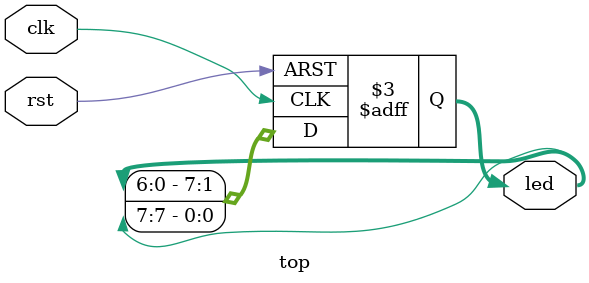
<source format=v>
`timescale 1ns / 1ps
/* @file top.v

    The top hierarchy of LongTeng GPU.
    SPDX-License-Identifier: WTFPL
*/

/*
    @module top
    @param clk The input FPGA main clock.
    @param rst The reset signal.
    @param led The generated LED. 
*/
module top (
    input clk,
    input rst,
    output reg [7:0] led
);

always @ (posedge clk or negedge rst) begin
    if(!rst) begin
        led <= 7'b0000001;
    end
    else begin
        led <= {led[6:0],led[7]};
    end
end


endmodule

</source>
